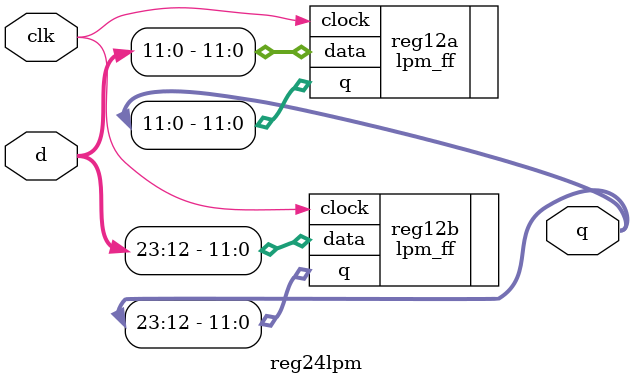
<source format=v>

module reg24lpm ( d, clk, q);

   input [23:0]d;
   input clk;
   output [23:0]q;

   lpm_ff reg12a (.q (q[11:0]), .data(d[11:0]), .clock(clk));
       defparam reg12a.lpm_width = 12;

   lpm_ff reg12b (.q (q[23:12]), .data(d[23:12]), .clock(clk));
       defparam reg12b.lpm_width = 12;

endmodule


</source>
